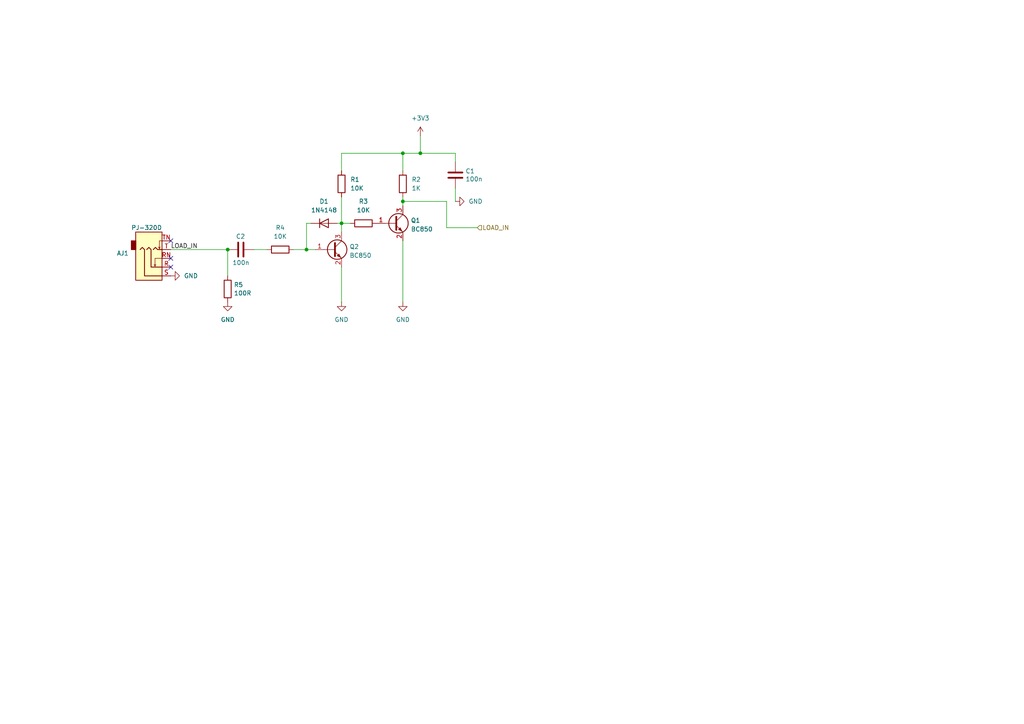
<source format=kicad_sch>
(kicad_sch (version 20250114) (generator "eeschema") (generator_version "9.0")
  (paper "A4")
  (title_block (title "FRANK RM1Z") (date "2025-03-06") (rev "1.00") (company "Mikhail Matveev") (comment 1 "https://github.com/xtremespb/frank"))
  (lib_symbols
    (symbol "BC850_1" (pin_names (offset 0) (hide yes))
      (property "Reference" "Q" (at 5.08 1.905 0))
      (property "Value" "BC850" (at 5.08 0 0))
      (symbol "BC850_1_0_1"
        (polyline (pts (xy -2.54 0) (xy 0.635 0)))
        (polyline (pts (xy 0.635 1.905) (xy 0.635 -1.905)) (stroke (width 0.508)))
        (circle (center 1.27 0) (radius 2.8194) (stroke (width 0.254)))
      )
      (symbol "BC850_1_1_1"
        (polyline (pts (xy 0.635 0.635) (xy 2.54 2.54)))
        (polyline (pts (xy 0.635 -0.635) (xy 2.54 -2.54)))
        (polyline (pts (xy 1.27 -1.778) (xy 1.778 -1.27) (xy 2.286 -2.286) (xy 1.27 -1.778)) (fill (type outline)))
        (pin input line (at -5.08 0 0) (length 2.54) (name "B") (number "1"))
        (pin passive line (at 2.54 5.08 270) (length 2.54) (name "C") (number "3"))
        (pin passive line (at 2.54 -5.08 90) (length 2.54) (name "E") (number "2"))
      )
    )
    (symbol "Device:C" (pin_numbers (hide yes)) (pin_names (offset 0.254))
      (property "Reference" "C" (at 0.635 2.54 0))
      (property "Value" "C" (at 0.635 -2.54 0))
      (symbol "C_0_1"
        (polyline (pts (xy -2.032 0.762) (xy 2.032 0.762)) (stroke (width 0.508)))
        (polyline (pts (xy -2.032 -0.762) (xy 2.032 -0.762)) (stroke (width 0.508)))
      )
      (symbol "C_1_1"
        (pin passive line (at 0 3.81 270) (length 2.794) (name "~") (number "1"))
        (pin passive line (at 0 -3.81 90) (length 2.794) (name "~") (number "2"))
      )
    )
    (symbol "Device:D" (pin_numbers (hide yes)) (pin_names (offset 1.016) (hide yes))
      (property "Reference" "D" (at 0 2.54 0))
      (property "Value" "D" (at 0 -2.54 0))
      (symbol "D_0_1"
        (polyline (pts (xy -1.27 1.27) (xy -1.27 -1.27)) (stroke (width 0.254)))
        (polyline (pts (xy 1.27 1.27) (xy 1.27 -1.27) (xy -1.27 0) (xy 1.27 1.27)) (stroke (width 0.254)))
        (polyline (pts (xy 1.27 0) (xy -1.27 0)))
      )
      (symbol "D_1_1"
        (pin passive line (at -3.81 0 0) (length 2.54) (name "K") (number "1"))
        (pin passive line (at 3.81 0 180) (length 2.54) (name "A") (number "2"))
      )
    )
    (symbol "Device:R" (pin_numbers (hide yes)) (pin_names (offset 0))
      (property "Reference" "R" (at 2.032 0 90))
      (property "Value" "R" (at 0 0 90))
      (symbol "R_0_1"
        (rectangle (start -1.016 -2.54) (end 1.016 2.54) (stroke (width 0.254)))
      )
      (symbol "R_1_1"
        (pin passive line (at 0 3.81 270) (length 1.27) (name "~") (number "1"))
        (pin passive line (at 0 -3.81 90) (length 1.27) (name "~") (number "2"))
      )
    )
    (symbol "FRANK:AudioJack_3.5mm"
      (property "Reference" "AJ2" (at -7.1119 -4.0097 0))
      (symbol "AudioJack_3.5mm_0_1"
        (rectangle (start -5.08 -5.08) (end -6.35 -7.62) (stroke (width 0.254)) (fill (type outline)))
        (polyline (pts (xy -1.905 -5.08) (xy -1.27 -5.715) (xy -0.635 -5.08) (xy -0.635 0) (xy 2.54 0)) (stroke (width 0.254)))
        (polyline (pts (xy 0 -5.08) (xy 0.635 -5.715) (xy 1.27 -5.08) (xy 2.54 -5.08)) (stroke (width 0.254)))
        (polyline (pts (xy 0.508 -0.254) (xy 0.762 -0.762)))
        (polyline (pts (xy 1.778 -5.334) (xy 2.032 -5.842)))
        (rectangle (start 2.54 3.81) (end -5.08 -10.16) (stroke (width 0.254)) (fill (type background)))
        (polyline (pts (xy 2.54 2.54) (xy -2.54 2.54) (xy -2.54 -5.08) (xy -3.175 -5.715) (xy -3.81 -5.08)) (stroke (width 0.254)))
        (polyline (pts (xy 2.54 -2.54) (xy 0.508 -2.54) (xy 0.508 -0.254) (xy 0.254 -0.762)))
        (polyline (pts (xy 2.54 -7.62) (xy 1.778 -7.62) (xy 1.778 -5.334) (xy 1.524 -5.842)))
      )
      (symbol "AudioJack_3.5mm_1_1"
        (pin passive line (at 5.08 2.54 180) (length 2.54) (name "~") (number "S"))
        (pin passive line (at 5.08 0 180) (length 2.54) (name "~") (number "R"))
        (pin passive line (at 5.08 -2.54 180) (length 2.54) (name "~") (number "RN"))
        (pin passive line (at 5.08 -5.08 180) (length 2.54) (name "~") (number "T"))
        (pin passive line (at 5.08 -7.62 180) (length 2.54) (name "~") (number "TN"))
      )
    )
    (symbol "GND_1" (power) (pin_numbers (hide yes)) (pin_names (offset 0) (hide yes))
      (property "Value" "GND" (at 0 -3.81 0))
      (symbol "GND_1_0_1"
        (polyline (pts (xy 0 0) (xy 0 -1.27) (xy 1.27 -1.27) (xy 0 -2.54) (xy -1.27 -1.27) (xy 0 -1.27)))
      )
      (symbol "GND_1_1_1"
        (pin power_in line (at 0 0 270) (length 0) (name "~") (number "1"))
      )
    )
    (symbol "GND_2" (power) (pin_numbers (hide yes)) (pin_names (offset 0) (hide yes))
      (property "Value" "GND" (at 0 -3.81 0))
      (symbol "GND_2_0_1"
        (polyline (pts (xy 0 0) (xy 0 -1.27) (xy 1.27 -1.27) (xy 0 -2.54) (xy -1.27 -1.27) (xy 0 -1.27)))
      )
      (symbol "GND_2_1_1"
        (pin power_in line (at 0 0 270) (length 0) (name "~") (number "1"))
      )
    )
    (symbol "GND_3" (power) (pin_numbers (hide yes)) (pin_names (offset 0) (hide yes))
      (property "Value" "GND" (at 0 -3.81 0))
      (symbol "GND_3_0_1"
        (polyline (pts (xy 0 0) (xy 0 -1.27) (xy 1.27 -1.27) (xy 0 -2.54) (xy -1.27 -1.27) (xy 0 -1.27)))
      )
      (symbol "GND_3_1_1"
        (pin power_in line (at 0 0 270) (length 0) (name "~") (number "1"))
      )
    )
    (symbol "GND_4" (power) (pin_numbers (hide yes)) (pin_names (offset 0) (hide yes))
      (property "Value" "GND" (at 0 -3.81 0))
      (symbol "GND_4_0_1"
        (polyline (pts (xy 0 0) (xy 0 -1.27) (xy 1.27 -1.27) (xy 0 -2.54) (xy -1.27 -1.27) (xy 0 -1.27)))
      )
      (symbol "GND_4_1_1"
        (pin power_in line (at 0 0 270) (length 0) (name "~") (number "1"))
      )
    )
    (symbol "Transistor_BJT:BC850" (pin_names (offset 0) (hide yes))
      (property "Reference" "Q" (at 5.08 1.905 0))
      (property "Value" "BC850" (at 5.08 0 0))
      (symbol "BC850_0_1"
        (polyline (pts (xy -2.54 0) (xy 0.635 0)))
        (polyline (pts (xy 0.635 1.905) (xy 0.635 -1.905)) (stroke (width 0.508)))
        (circle (center 1.27 0) (radius 2.8194) (stroke (width 0.254)))
      )
      (symbol "BC850_1_1"
        (polyline (pts (xy 0.635 0.635) (xy 2.54 2.54)))
        (polyline (pts (xy 0.635 -0.635) (xy 2.54 -2.54)))
        (polyline (pts (xy 1.27 -1.778) (xy 1.778 -1.27) (xy 2.286 -2.286) (xy 1.27 -1.778)) (fill (type outline)))
        (pin input line (at -5.08 0 0) (length 2.54) (name "B") (number "1"))
        (pin passive line (at 2.54 5.08 270) (length 2.54) (name "C") (number "3"))
        (pin passive line (at 2.54 -5.08 90) (length 2.54) (name "E") (number "2"))
      )
    )
    (symbol "power:+3V3" (power) (pin_numbers (hide yes)) (pin_names (offset 0) (hide yes))
      (property "Value" "+3V3" (at 0 3.556 0))
      (symbol "+3V3_0_1"
        (polyline (pts (xy -0.762 1.27) (xy 0 2.54)))
        (polyline (pts (xy 0 2.54) (xy 0.762 1.27)))
        (polyline (pts (xy 0 0) (xy 0 2.54)))
      )
      (symbol "+3V3_1_1"
        (pin power_in line (at 0 0 90) (length 0) (name "~") (number "1"))
      )
    )
    (symbol "power:GND" (power) (pin_numbers (hide yes)) (pin_names (offset 0) (hide yes))
      (property "Value" "GND" (at 0 -3.81 0))
      (symbol "GND_0_1"
        (polyline (pts (xy 0 0) (xy 0 -1.27) (xy 1.27 -1.27) (xy 0 -2.54) (xy -1.27 -1.27) (xy 0 -1.27)))
      )
      (symbol "GND_1_1"
        (pin power_in line (at 0 0 270) (length 0) (name "~") (number "1"))
      )
    )
  )
  (junction (at 116.84 58.42))
  (junction (at 88.9 72.39))
  (junction (at 66.04 72.39))
  (junction (at 99.06 64.77))
  (junction (at 121.92 44.45))
  (junction (at 116.84 44.45))
  (no_connect (at 49.53 69.85))
  (no_connect (at 49.53 74.93))
  (no_connect (at 49.53 77.47))
  (wire (pts (xy 116.84 58.42) (xy 129.54 58.42)))
  (wire (pts (xy 99.06 64.77) (xy 99.06 67.31)))
  (wire (pts (xy 85.09 72.39) (xy 88.9 72.39)))
  (wire (pts (xy 121.92 44.45) (xy 132.08 44.45)))
  (wire (pts (xy 129.54 58.42) (xy 129.54 66.04)))
  (wire (pts (xy 97.79 64.77) (xy 99.06 64.77)))
  (wire (pts (xy 88.9 72.39) (xy 91.44 72.39)))
  (wire (pts (xy 116.84 58.42) (xy 116.84 59.69)))
  (wire (pts (xy 90.17 64.77) (xy 88.9 64.77)))
  (wire (pts (xy 129.54 66.04) (xy 138.43 66.04)))
  (wire (pts (xy 88.9 64.77) (xy 88.9 72.39)))
  (wire (pts (xy 73.66 72.39) (xy 77.47 72.39)))
  (wire (pts (xy 116.84 44.45) (xy 121.92 44.45)))
  (wire (pts (xy 99.06 77.47) (xy 99.06 87.63)))
  (wire (pts (xy 116.84 44.45) (xy 116.84 49.53)))
  (wire (pts (xy 99.06 44.45) (xy 99.06 49.53)))
  (wire (pts (xy 121.92 39.37) (xy 121.92 44.45)))
  (wire (pts (xy 116.84 69.85) (xy 116.84 87.63)))
  (wire (pts (xy 132.08 54.61) (xy 132.08 58.42)))
  (wire (pts (xy 99.06 44.45) (xy 116.84 44.45)))
  (wire (pts (xy 132.08 44.45) (xy 132.08 46.99)))
  (wire (pts (xy 49.53 72.39) (xy 66.04 72.39)))
  (wire (pts (xy 99.06 57.15) (xy 99.06 64.77)))
  (wire (pts (xy 116.84 57.15) (xy 116.84 58.42)))
  (wire (pts (xy 66.04 72.39) (xy 66.04 80.01)))
  (wire (pts (xy 99.06 64.77) (xy 101.6 64.77)))
  (label "LOAD_IN" (at 49.53 72.39 0))
  (hierarchical_label "LOAD_IN" (shape input) (at 138.43 66.04 0))
  (symbol (lib_id "Device:D") (at 93.98 64.77 0) (unit 1)
    (property "Reference" "D7" (at 93.98 58.42 0))
    (property "Value" "1N4148" (at 93.98 60.96 0))
    (property "Footprint" "FRANK:Diode (SOD-323)" (effects (hide yes)))
    (property "Datasheet" "https://www.vishay.com/docs/85748/1n4148w.pdf" (effects (hide yes)))
    (property "Description" "Diode" (effects (hide yes)))
    (property "Sim.Device" "D" (effects (hide yes)))
    (property "Sim.Pins" "1=K 2=A" (effects (hide yes)))
    (property "AliExpress" "https://www.aliexpress.com/item/1005005707644429.html" (effects (hide yes)))
    (instances (project "" (path "" (reference "D1") (unit 1))) (project "" (path "" (reference "D7") (unit 1))))
  )
  (symbol (lib_name "GND_2") (lib_id "power:GND") (at 99.06 87.63 0) (unit 1)
    (property "Reference" "#PWR052" (effects (hide yes)))
    (property "Value" "GND" (at 99.06 92.71 0))
    (property "Description" "Power symbol creates a global label with name \"GND\" , ground" (effects (hide yes)))
    (instances (project "" (path "" (reference "#PWR07") (unit 1))) (project "" (path "" (reference "#PWR052") (unit 1))))
  )
  (symbol (lib_id "Device:R") (at 105.41 64.77 90) (unit 1)
    (property "Reference" "R30" (at 105.41 58.42 90))
    (property "Value" "10K" (at 105.41 60.96 90))
    (property "Footprint" "FRANK:Resistor (0805)" (effects (hide yes)))
    (property "Datasheet" "https://www.vishay.com/docs/28952/mcs0402at-mct0603at-mcu0805at-mca1206at.pdf" (effects (hide yes)))
    (property "AliExpress" "https://www.aliexpress.com/item/1005005945735199.html" (effects (hide yes)))
    (instances (project "38NJU24" (path "" (reference "R3") (unit 1))) (project "38NJU24" (path "" (reference "R30") (unit 1))))
  )
  (symbol (lib_id "power:GND") (at 66.04 87.63 0) (unit 1)
    (property "Reference" "#PWR051" (effects (hide yes)))
    (property "Value" "GND" (at 66.04 92.71 0))
    (property "Description" "Power symbol creates a global label with name \"GND\" , ground" (effects (hide yes)))
    (instances (project "" (path "" (reference "#PWR06") (unit 1))) (project "" (path "" (reference "#PWR051") (unit 1))))
  )
  (symbol (lib_id "Device:R") (at 116.84 53.34 0) (unit 1)
    (property "Reference" "R29" (at 119.38 52.0699 0) (effects (justify left)))
    (property "Value" "1K" (at 119.38 54.6099 0) (effects (justify left)))
    (property "Footprint" "FRANK:Resistor (0805)" (effects (hide yes)))
    (property "Datasheet" "https://www.vishay.com/docs/28952/mcs0402at-mct0603at-mcu0805at-mca1206at.pdf" (effects (hide yes)))
    (property "AliExpress" "https://www.aliexpress.com/item/1005005945735199.html" (effects (hide yes)))
    (instances (project "38NJU24" (path "" (reference "R2") (unit 1))) (project "38NJU24" (path "" (reference "R29") (unit 1))))
  )
  (symbol (lib_id "FRANK:AudioJack_3.5mm") (at 44.45 77.47 0) (mirror x) (unit 1)
    (property "Reference" "AJ2" (at 37.3381 73.4603 0) (effects (justify right)))
    (property "Value" "PJ-320D" (at 46.99 66.04 0) (effects (justify right)))
    (property "Footprint" "FRANK:Jack (3.5mm, PJ-320D)" (effects (hide yes)))
    (property "Datasheet" "https://www.lcsc.com/datasheet/lcsc_datasheet_1810121716_Korean-Hroparts-Elec-PJ-320D-4A_C95562.pdf" (effects (hide yes)))
    (property "Description" "Audio Jack, 3 Poles (Stereo / TRS), Switched TR Poles (Normalling)" (effects (hide yes)))
    (property "AliExpress" "https://www.aliexpress.com/item/4001158231104.html" (effects (hide yes)))
    (instances (project "38NJU24" (path "" (reference "AJ1") (unit 1))) (project "38NJU24" (path "" (reference "AJ2") (unit 1))))
  )
  (symbol (lib_id "Device:C") (at 69.85 72.39 90) (unit 1)
    (property "Reference" "C13" (at 71.12 68.58 90) (effects (justify left)))
    (property "Value" "100n" (at 72.39 76.2 90) (effects (justify left)))
    (property "Footprint" "FRANK:Capacitor (0805)" (effects (hide yes)))
    (property "Datasheet" "https://eu.mouser.com/datasheet/2/40/KGM_X7R-3223212.pdf" (effects (hide yes)))
    (property "AliExpress" "https://www.aliexpress.com/item/33008008276.html" (effects (hide yes)))
    (instances (project "38NJU24" (path "" (reference "C2") (unit 1))) (project "38NJU24" (path "" (reference "C13") (unit 1))))
  )
  (symbol (lib_name "GND_1") (lib_id "power:GND") (at 49.53 80.01 90) (unit 1)
    (property "Reference" "#PWR050" (effects (hide yes)))
    (property "Value" "GND" (at 53.34 80.0099 90) (effects (justify right)))
    (property "Description" "Power symbol creates a global label with name \"GND\" , ground" (effects (hide yes)))
    (instances (project "" (path "" (reference "#PWR05") (unit 1))) (project "" (path "" (reference "#PWR050") (unit 1))))
  )
  (symbol (lib_id "Device:R") (at 81.28 72.39 90) (unit 1)
    (property "Reference" "R31" (at 81.28 66.04 90))
    (property "Value" "10K" (at 81.28 68.58 90))
    (property "Footprint" "FRANK:Resistor (0805)" (effects (hide yes)))
    (property "Datasheet" "https://www.vishay.com/docs/28952/mcs0402at-mct0603at-mcu0805at-mca1206at.pdf" (effects (hide yes)))
    (property "AliExpress" "https://www.aliexpress.com/item/1005005945735199.html" (effects (hide yes)))
    (instances (project "38NJU24" (path "" (reference "R4") (unit 1))) (project "38NJU24" (path "" (reference "R31") (unit 1))))
  )
  (symbol (lib_name "GND_4") (lib_id "power:GND") (at 132.08 58.42 90) (unit 1)
    (property "Reference" "#PWR049" (effects (hide yes)))
    (property "Value" "GND" (at 135.89 58.4199 90) (effects (justify right)))
    (property "Description" "Power symbol creates a global label with name \"GND\" , ground" (effects (hide yes)))
    (instances (project "" (path "" (reference "#PWR04") (unit 1))) (project "" (path "" (reference "#PWR049") (unit 1))))
  )
  (symbol (lib_name "GND_3") (lib_id "power:GND") (at 116.84 87.63 0) (unit 1)
    (property "Reference" "#PWR053" (effects (hide yes)))
    (property "Value" "GND" (at 116.84 92.71 0))
    (property "Description" "Power symbol creates a global label with name \"GND\" , ground" (effects (hide yes)))
    (instances (project "" (path "" (reference "#PWR08") (unit 1))) (project "" (path "" (reference "#PWR053") (unit 1))))
  )
  (symbol (lib_id "power:+3V3") (at 121.92 39.37 0) (unit 1)
    (property "Reference" "#PWR048" (effects (hide yes)))
    (property "Value" "+3V3" (at 121.92 34.29 0))
    (property "Description" "Power symbol creates a global label with name \"+3V3\"" (effects (hide yes)))
    (instances (project "" (path "" (reference "#PWR03") (unit 1))) (project "" (path "" (reference "#PWR048") (unit 1))))
  )
  (symbol (lib_id "Device:C") (at 132.08 50.8 0) (unit 1)
    (property "Reference" "C12" (at 135.001 49.6316 0) (effects (justify left)))
    (property "Value" "100n" (at 135.001 51.943 0) (effects (justify left)))
    (property "Footprint" "FRANK:Capacitor (0805)" (effects (hide yes)))
    (property "Datasheet" "https://eu.mouser.com/datasheet/2/40/KGM_X7R-3223212.pdf" (effects (hide yes)))
    (property "AliExpress" "https://www.aliexpress.com/item/33008008276.html" (effects (hide yes)))
    (instances (project "38NJU24" (path "" (reference "C1") (unit 1))) (project "38NJU24" (path "" (reference "C12") (unit 1))))
  )
  (symbol (lib_id "Device:R") (at 66.04 83.82 0) (unit 1)
    (property "Reference" "R32" (at 67.818 82.6078 0) (effects (justify left)))
    (property "Value" "100R" (at 67.818 85.0321 0) (effects (justify left)))
    (property "Footprint" "FRANK:Resistor (0805)" (effects (hide yes)))
    (property "Datasheet" "https://www.vishay.com/docs/28952/mcs0402at-mct0603at-mcu0805at-mca1206at.pdf" (effects (hide yes)))
    (property "AliExpress" "https://www.aliexpress.com/item/1005005945735199.html" (effects (hide yes)))
    (instances (project "38NJU24" (path "" (reference "R5") (unit 1))) (project "38NJU24" (path "" (reference "R32") (unit 1))))
  )
  (symbol (lib_name "BC850_1") (lib_id "Transistor_BJT:BC850") (at 96.52 72.39 0) (unit 1)
    (property "Reference" "Q2" (at 101.3714 71.5553 0) (effects (justify left)))
    (property "Value" "BC850" (at 101.3714 74.0922 0) (effects (justify left)))
    (property "Footprint" "FRANK:SOT-23" (effects (hide yes)))
    (property "Datasheet" "http://www.infineon.com/dgdl/Infineon-BC847SERIES_BC848SERIES_BC849SERIES_BC850SERIES-DS-v01_01-en.pdf?fileId=db3a304314dca389011541d4630a1657" (effects (hide yes)))
    (property "Description" "0.1A Ic, 45V Vce, NPN Transistor, SOT-23" (effects (hide yes)))
    (property "AliExpress" "https://www.aliexpress.com/item/1005005008637286.html" (effects (hide yes)))
  )
  (symbol (lib_id "Device:R") (at 99.06 53.34 0) (unit 1)
    (property "Reference" "R28" (at 101.6 52.0699 0) (effects (justify left)))
    (property "Value" "10K" (at 101.6 54.6099 0) (effects (justify left)))
    (property "Footprint" "FRANK:Resistor (0805)" (effects (hide yes)))
    (property "Datasheet" "https://www.vishay.com/docs/28952/mcs0402at-mct0603at-mcu0805at-mca1206at.pdf" (effects (hide yes)))
    (property "AliExpress" "https://www.aliexpress.com/item/1005005945735199.html" (effects (hide yes)))
    (instances (project "38NJU24" (path "" (reference "R1") (unit 1))) (project "38NJU24" (path "" (reference "R28") (unit 1))))
  )
  (symbol (lib_id "Transistor_BJT:BC850") (at 114.3 64.77 0) (unit 1)
    (property "Reference" "Q1" (at 119.1514 63.9353 0) (effects (justify left)))
    (property "Value" "BC850" (at 119.1514 66.4722 0) (effects (justify left)))
    (property "Footprint" "FRANK:SOT-23" (effects (hide yes)))
    (property "Datasheet" "http://www.infineon.com/dgdl/Infineon-BC847SERIES_BC848SERIES_BC849SERIES_BC850SERIES-DS-v01_01-en.pdf?fileId=db3a304314dca389011541d4630a1657" (effects (hide yes)))
    (property "Description" "0.1A Ic, 45V Vce, NPN Transistor, SOT-23" (effects (hide yes)))
    (property "AliExpress" "https://www.aliexpress.com/item/1005005008637286.html" (effects (hide yes)))
  )
)
</source>
